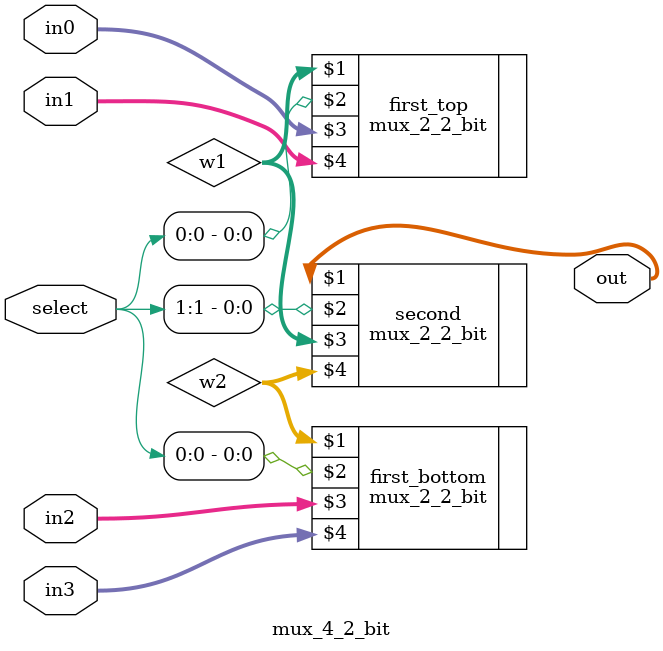
<source format=v>
module mux_4_2_bit(out, select, in0, in1, in2, in3);
	input [1:0] select;
	input [1:0] in0, in1, in2, in3;
	output [1:0] out;
	wire [1:0] w1, w2;
	mux_2_2_bit first_top(w1, select[0], in0, in1);
	mux_2_2_bit first_bottom(w2, select[0], in2, in3);
	mux_2_2_bit second(out, select[1], w1, w2);
endmodule
</source>
